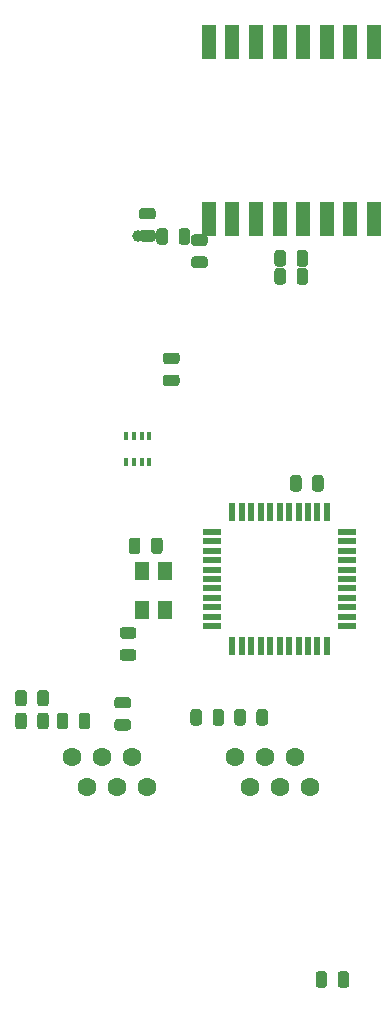
<source format=gtp>
G04 #@! TF.GenerationSoftware,KiCad,Pcbnew,5.1.6-c6e7f7d~87~ubuntu20.04.1*
G04 #@! TF.CreationDate,2020-07-20T11:44:09+02:00*
G04 #@! TF.ProjectId,weerstasie,77656572-7374-4617-9369-652e6b696361,rev?*
G04 #@! TF.SameCoordinates,Original*
G04 #@! TF.FileFunction,Paste,Top*
G04 #@! TF.FilePolarity,Positive*
%FSLAX46Y46*%
G04 Gerber Fmt 4.6, Leading zero omitted, Abs format (unit mm)*
G04 Created by KiCad (PCBNEW 5.1.6-c6e7f7d~87~ubuntu20.04.1) date 2020-07-20 11:44:09*
%MOMM*%
%LPD*%
G01*
G04 APERTURE LIST*
%ADD10R,1.200000X3.000000*%
%ADD11R,1.500000X0.550000*%
%ADD12R,0.550000X1.500000*%
%ADD13R,0.350000X0.700000*%
%ADD14C,1.000000*%
%ADD15R,1.300000X1.600000*%
%ADD16C,1.600000*%
G04 APERTURE END LIST*
G36*
G01*
X119322000Y-106171050D02*
X119322000Y-105258550D01*
G75*
G02*
X119565750Y-105014800I243750J0D01*
G01*
X120053250Y-105014800D01*
G75*
G02*
X120297000Y-105258550I0J-243750D01*
G01*
X120297000Y-106171050D01*
G75*
G02*
X120053250Y-106414800I-243750J0D01*
G01*
X119565750Y-106414800D01*
G75*
G02*
X119322000Y-106171050I0J243750D01*
G01*
G37*
G36*
G01*
X117447000Y-106171050D02*
X117447000Y-105258550D01*
G75*
G02*
X117690750Y-105014800I243750J0D01*
G01*
X118178250Y-105014800D01*
G75*
G02*
X118422000Y-105258550I0J-243750D01*
G01*
X118422000Y-106171050D01*
G75*
G02*
X118178250Y-106414800I-243750J0D01*
G01*
X117690750Y-106414800D01*
G75*
G02*
X117447000Y-106171050I0J243750D01*
G01*
G37*
G36*
G01*
X104488400Y-104545450D02*
X104488400Y-103632950D01*
G75*
G02*
X104732150Y-103389200I243750J0D01*
G01*
X105219650Y-103389200D01*
G75*
G02*
X105463400Y-103632950I0J-243750D01*
G01*
X105463400Y-104545450D01*
G75*
G02*
X105219650Y-104789200I-243750J0D01*
G01*
X104732150Y-104789200D01*
G75*
G02*
X104488400Y-104545450I0J243750D01*
G01*
G37*
G36*
G01*
X102613400Y-104545450D02*
X102613400Y-103632950D01*
G75*
G02*
X102857150Y-103389200I243750J0D01*
G01*
X103344650Y-103389200D01*
G75*
G02*
X103588400Y-103632950I0J-243750D01*
G01*
X103588400Y-104545450D01*
G75*
G02*
X103344650Y-104789200I-243750J0D01*
G01*
X102857150Y-104789200D01*
G75*
G02*
X102613400Y-104545450I0J243750D01*
G01*
G37*
G36*
G01*
X112165450Y-104960000D02*
X111252950Y-104960000D01*
G75*
G02*
X111009200Y-104716250I0J243750D01*
G01*
X111009200Y-104228750D01*
G75*
G02*
X111252950Y-103985000I243750J0D01*
G01*
X112165450Y-103985000D01*
G75*
G02*
X112409200Y-104228750I0J-243750D01*
G01*
X112409200Y-104716250D01*
G75*
G02*
X112165450Y-104960000I-243750J0D01*
G01*
G37*
G36*
G01*
X112165450Y-106835000D02*
X111252950Y-106835000D01*
G75*
G02*
X111009200Y-106591250I0J243750D01*
G01*
X111009200Y-106103750D01*
G75*
G02*
X111252950Y-105860000I243750J0D01*
G01*
X112165450Y-105860000D01*
G75*
G02*
X112409200Y-106103750I0J-243750D01*
G01*
X112409200Y-106591250D01*
G75*
G02*
X112165450Y-106835000I-243750J0D01*
G01*
G37*
D10*
X133000000Y-48500000D03*
X131000000Y-48500000D03*
X129000000Y-48500000D03*
X127000000Y-48500000D03*
X125000000Y-48500000D03*
X123000000Y-48500000D03*
X121000000Y-48500000D03*
X119000000Y-48500000D03*
X119000000Y-63500000D03*
X121000000Y-63500000D03*
X123000000Y-63500000D03*
X125000000Y-63500000D03*
X127000000Y-63500000D03*
X129000000Y-63500000D03*
X131000000Y-63500000D03*
X133000000Y-63500000D03*
D11*
X119300000Y-90000000D03*
X119300000Y-90800000D03*
X119300000Y-91600000D03*
X119300000Y-92400000D03*
X119300000Y-93200000D03*
X119300000Y-94000000D03*
X119300000Y-94800000D03*
X119300000Y-95600000D03*
X119300000Y-96400000D03*
X119300000Y-97200000D03*
X119300000Y-98000000D03*
D12*
X121000000Y-99700000D03*
X121800000Y-99700000D03*
X122600000Y-99700000D03*
X123400000Y-99700000D03*
X124200000Y-99700000D03*
X125000000Y-99700000D03*
X125800000Y-99700000D03*
X126600000Y-99700000D03*
X127400000Y-99700000D03*
X128200000Y-99700000D03*
X129000000Y-99700000D03*
D11*
X130700000Y-98000000D03*
X130700000Y-97200000D03*
X130700000Y-96400000D03*
X130700000Y-95600000D03*
X130700000Y-94800000D03*
X130700000Y-94000000D03*
X130700000Y-93200000D03*
X130700000Y-92400000D03*
X130700000Y-91600000D03*
X130700000Y-90800000D03*
X130700000Y-90000000D03*
D12*
X129000000Y-88300000D03*
X128200000Y-88300000D03*
X127400000Y-88300000D03*
X126600000Y-88300000D03*
X125800000Y-88300000D03*
X125000000Y-88300000D03*
X124200000Y-88300000D03*
X123400000Y-88300000D03*
X122600000Y-88300000D03*
X121800000Y-88300000D03*
X121000000Y-88300000D03*
D13*
X113975000Y-81875000D03*
X113325000Y-81875000D03*
X112675000Y-81875000D03*
X112025000Y-81875000D03*
X112025000Y-84125000D03*
X112675000Y-84125000D03*
X113325000Y-84125000D03*
X113975000Y-84125000D03*
D14*
X113000000Y-65000000D03*
G36*
G01*
X123030400Y-106171050D02*
X123030400Y-105258550D01*
G75*
G02*
X123274150Y-105014800I243750J0D01*
G01*
X123761650Y-105014800D01*
G75*
G02*
X124005400Y-105258550I0J-243750D01*
G01*
X124005400Y-106171050D01*
G75*
G02*
X123761650Y-106414800I-243750J0D01*
G01*
X123274150Y-106414800D01*
G75*
G02*
X123030400Y-106171050I0J243750D01*
G01*
G37*
G36*
G01*
X121155400Y-106171050D02*
X121155400Y-105258550D01*
G75*
G02*
X121399150Y-105014800I243750J0D01*
G01*
X121886650Y-105014800D01*
G75*
G02*
X122130400Y-105258550I0J-243750D01*
G01*
X122130400Y-106171050D01*
G75*
G02*
X121886650Y-106414800I-243750J0D01*
G01*
X121399150Y-106414800D01*
G75*
G02*
X121155400Y-106171050I0J243750D01*
G01*
G37*
G36*
G01*
X103588400Y-105563350D02*
X103588400Y-106475850D01*
G75*
G02*
X103344650Y-106719600I-243750J0D01*
G01*
X102857150Y-106719600D01*
G75*
G02*
X102613400Y-106475850I0J243750D01*
G01*
X102613400Y-105563350D01*
G75*
G02*
X102857150Y-105319600I243750J0D01*
G01*
X103344650Y-105319600D01*
G75*
G02*
X103588400Y-105563350I0J-243750D01*
G01*
G37*
G36*
G01*
X105463400Y-105563350D02*
X105463400Y-106475850D01*
G75*
G02*
X105219650Y-106719600I-243750J0D01*
G01*
X104732150Y-106719600D01*
G75*
G02*
X104488400Y-106475850I0J243750D01*
G01*
X104488400Y-105563350D01*
G75*
G02*
X104732150Y-105319600I243750J0D01*
G01*
X105219650Y-105319600D01*
G75*
G02*
X105463400Y-105563350I0J-243750D01*
G01*
G37*
G36*
G01*
X108968600Y-105563350D02*
X108968600Y-106475850D01*
G75*
G02*
X108724850Y-106719600I-243750J0D01*
G01*
X108237350Y-106719600D01*
G75*
G02*
X107993600Y-106475850I0J243750D01*
G01*
X107993600Y-105563350D01*
G75*
G02*
X108237350Y-105319600I243750J0D01*
G01*
X108724850Y-105319600D01*
G75*
G02*
X108968600Y-105563350I0J-243750D01*
G01*
G37*
G36*
G01*
X107093600Y-105563350D02*
X107093600Y-106475850D01*
G75*
G02*
X106849850Y-106719600I-243750J0D01*
G01*
X106362350Y-106719600D01*
G75*
G02*
X106118600Y-106475850I0J243750D01*
G01*
X106118600Y-105563350D01*
G75*
G02*
X106362350Y-105319600I243750J0D01*
G01*
X106849850Y-105319600D01*
G75*
G02*
X107093600Y-105563350I0J-243750D01*
G01*
G37*
G36*
G01*
X127409000Y-67920550D02*
X127409000Y-68833050D01*
G75*
G02*
X127165250Y-69076800I-243750J0D01*
G01*
X126677750Y-69076800D01*
G75*
G02*
X126434000Y-68833050I0J243750D01*
G01*
X126434000Y-67920550D01*
G75*
G02*
X126677750Y-67676800I243750J0D01*
G01*
X127165250Y-67676800D01*
G75*
G02*
X127409000Y-67920550I0J-243750D01*
G01*
G37*
G36*
G01*
X125534000Y-67920550D02*
X125534000Y-68833050D01*
G75*
G02*
X125290250Y-69076800I-243750J0D01*
G01*
X124802750Y-69076800D01*
G75*
G02*
X124559000Y-68833050I0J243750D01*
G01*
X124559000Y-67920550D01*
G75*
G02*
X124802750Y-67676800I243750J0D01*
G01*
X125290250Y-67676800D01*
G75*
G02*
X125534000Y-67920550I0J-243750D01*
G01*
G37*
G36*
G01*
X116280250Y-77675800D02*
X115367750Y-77675800D01*
G75*
G02*
X115124000Y-77432050I0J243750D01*
G01*
X115124000Y-76944550D01*
G75*
G02*
X115367750Y-76700800I243750J0D01*
G01*
X116280250Y-76700800D01*
G75*
G02*
X116524000Y-76944550I0J-243750D01*
G01*
X116524000Y-77432050D01*
G75*
G02*
X116280250Y-77675800I-243750J0D01*
G01*
G37*
G36*
G01*
X116280250Y-75800800D02*
X115367750Y-75800800D01*
G75*
G02*
X115124000Y-75557050I0J243750D01*
G01*
X115124000Y-75069550D01*
G75*
G02*
X115367750Y-74825800I243750J0D01*
G01*
X116280250Y-74825800D01*
G75*
G02*
X116524000Y-75069550I0J-243750D01*
G01*
X116524000Y-75557050D01*
G75*
G02*
X116280250Y-75800800I-243750J0D01*
G01*
G37*
G36*
G01*
X117425000Y-64543750D02*
X117425000Y-65456250D01*
G75*
G02*
X117181250Y-65700000I-243750J0D01*
G01*
X116693750Y-65700000D01*
G75*
G02*
X116450000Y-65456250I0J243750D01*
G01*
X116450000Y-64543750D01*
G75*
G02*
X116693750Y-64300000I243750J0D01*
G01*
X117181250Y-64300000D01*
G75*
G02*
X117425000Y-64543750I0J-243750D01*
G01*
G37*
G36*
G01*
X115550000Y-64543750D02*
X115550000Y-65456250D01*
G75*
G02*
X115306250Y-65700000I-243750J0D01*
G01*
X114818750Y-65700000D01*
G75*
G02*
X114575000Y-65456250I0J243750D01*
G01*
X114575000Y-64543750D01*
G75*
G02*
X114818750Y-64300000I243750J0D01*
G01*
X115306250Y-64300000D01*
G75*
G02*
X115550000Y-64543750I0J-243750D01*
G01*
G37*
G36*
G01*
X113212700Y-90729750D02*
X113212700Y-91642250D01*
G75*
G02*
X112968950Y-91886000I-243750J0D01*
G01*
X112481450Y-91886000D01*
G75*
G02*
X112237700Y-91642250I0J243750D01*
G01*
X112237700Y-90729750D01*
G75*
G02*
X112481450Y-90486000I243750J0D01*
G01*
X112968950Y-90486000D01*
G75*
G02*
X113212700Y-90729750I0J-243750D01*
G01*
G37*
G36*
G01*
X115087700Y-90729750D02*
X115087700Y-91642250D01*
G75*
G02*
X114843950Y-91886000I-243750J0D01*
G01*
X114356450Y-91886000D01*
G75*
G02*
X114112700Y-91642250I0J243750D01*
G01*
X114112700Y-90729750D01*
G75*
G02*
X114356450Y-90486000I243750J0D01*
G01*
X114843950Y-90486000D01*
G75*
G02*
X115087700Y-90729750I0J-243750D01*
G01*
G37*
G36*
G01*
X111710150Y-98069100D02*
X112622650Y-98069100D01*
G75*
G02*
X112866400Y-98312850I0J-243750D01*
G01*
X112866400Y-98800350D01*
G75*
G02*
X112622650Y-99044100I-243750J0D01*
G01*
X111710150Y-99044100D01*
G75*
G02*
X111466400Y-98800350I0J243750D01*
G01*
X111466400Y-98312850D01*
G75*
G02*
X111710150Y-98069100I243750J0D01*
G01*
G37*
G36*
G01*
X111710150Y-99944100D02*
X112622650Y-99944100D01*
G75*
G02*
X112866400Y-100187850I0J-243750D01*
G01*
X112866400Y-100675350D01*
G75*
G02*
X112622650Y-100919100I-243750J0D01*
G01*
X111710150Y-100919100D01*
G75*
G02*
X111466400Y-100675350I0J243750D01*
G01*
X111466400Y-100187850D01*
G75*
G02*
X111710150Y-99944100I243750J0D01*
G01*
G37*
G36*
G01*
X129916100Y-128370650D02*
X129916100Y-127458150D01*
G75*
G02*
X130159850Y-127214400I243750J0D01*
G01*
X130647350Y-127214400D01*
G75*
G02*
X130891100Y-127458150I0J-243750D01*
G01*
X130891100Y-128370650D01*
G75*
G02*
X130647350Y-128614400I-243750J0D01*
G01*
X130159850Y-128614400D01*
G75*
G02*
X129916100Y-128370650I0J243750D01*
G01*
G37*
G36*
G01*
X128041100Y-128370650D02*
X128041100Y-127458150D01*
G75*
G02*
X128284850Y-127214400I243750J0D01*
G01*
X128772350Y-127214400D01*
G75*
G02*
X129016100Y-127458150I0J-243750D01*
G01*
X129016100Y-128370650D01*
G75*
G02*
X128772350Y-128614400I-243750J0D01*
G01*
X128284850Y-128614400D01*
G75*
G02*
X128041100Y-128370650I0J243750D01*
G01*
G37*
G36*
G01*
X125534000Y-66396550D02*
X125534000Y-67309050D01*
G75*
G02*
X125290250Y-67552800I-243750J0D01*
G01*
X124802750Y-67552800D01*
G75*
G02*
X124559000Y-67309050I0J243750D01*
G01*
X124559000Y-66396550D01*
G75*
G02*
X124802750Y-66152800I243750J0D01*
G01*
X125290250Y-66152800D01*
G75*
G02*
X125534000Y-66396550I0J-243750D01*
G01*
G37*
G36*
G01*
X127409000Y-66396550D02*
X127409000Y-67309050D01*
G75*
G02*
X127165250Y-67552800I-243750J0D01*
G01*
X126677750Y-67552800D01*
G75*
G02*
X126434000Y-67309050I0J243750D01*
G01*
X126434000Y-66396550D01*
G75*
G02*
X126677750Y-66152800I243750J0D01*
G01*
X127165250Y-66152800D01*
G75*
G02*
X127409000Y-66396550I0J-243750D01*
G01*
G37*
G36*
G01*
X125879800Y-86359050D02*
X125879800Y-85446550D01*
G75*
G02*
X126123550Y-85202800I243750J0D01*
G01*
X126611050Y-85202800D01*
G75*
G02*
X126854800Y-85446550I0J-243750D01*
G01*
X126854800Y-86359050D01*
G75*
G02*
X126611050Y-86602800I-243750J0D01*
G01*
X126123550Y-86602800D01*
G75*
G02*
X125879800Y-86359050I0J243750D01*
G01*
G37*
G36*
G01*
X127754800Y-86359050D02*
X127754800Y-85446550D01*
G75*
G02*
X127998550Y-85202800I243750J0D01*
G01*
X128486050Y-85202800D01*
G75*
G02*
X128729800Y-85446550I0J-243750D01*
G01*
X128729800Y-86359050D01*
G75*
G02*
X128486050Y-86602800I-243750J0D01*
G01*
X127998550Y-86602800D01*
G75*
G02*
X127754800Y-86359050I0J243750D01*
G01*
G37*
G36*
G01*
X113335750Y-64458000D02*
X114248250Y-64458000D01*
G75*
G02*
X114492000Y-64701750I0J-243750D01*
G01*
X114492000Y-65189250D01*
G75*
G02*
X114248250Y-65433000I-243750J0D01*
G01*
X113335750Y-65433000D01*
G75*
G02*
X113092000Y-65189250I0J243750D01*
G01*
X113092000Y-64701750D01*
G75*
G02*
X113335750Y-64458000I243750J0D01*
G01*
G37*
G36*
G01*
X113335750Y-62583000D02*
X114248250Y-62583000D01*
G75*
G02*
X114492000Y-62826750I0J-243750D01*
G01*
X114492000Y-63314250D01*
G75*
G02*
X114248250Y-63558000I-243750J0D01*
G01*
X113335750Y-63558000D01*
G75*
G02*
X113092000Y-63314250I0J243750D01*
G01*
X113092000Y-62826750D01*
G75*
G02*
X113335750Y-62583000I243750J0D01*
G01*
G37*
G36*
G01*
X118667850Y-67668200D02*
X117755350Y-67668200D01*
G75*
G02*
X117511600Y-67424450I0J243750D01*
G01*
X117511600Y-66936950D01*
G75*
G02*
X117755350Y-66693200I243750J0D01*
G01*
X118667850Y-66693200D01*
G75*
G02*
X118911600Y-66936950I0J-243750D01*
G01*
X118911600Y-67424450D01*
G75*
G02*
X118667850Y-67668200I-243750J0D01*
G01*
G37*
G36*
G01*
X118667850Y-65793200D02*
X117755350Y-65793200D01*
G75*
G02*
X117511600Y-65549450I0J243750D01*
G01*
X117511600Y-65061950D01*
G75*
G02*
X117755350Y-64818200I243750J0D01*
G01*
X118667850Y-64818200D01*
G75*
G02*
X118911600Y-65061950I0J-243750D01*
G01*
X118911600Y-65549450D01*
G75*
G02*
X118667850Y-65793200I-243750J0D01*
G01*
G37*
D15*
X115316000Y-96646000D03*
X115316000Y-93346000D03*
X113316000Y-93346000D03*
X113316000Y-96646000D03*
D16*
X113775000Y-111650000D03*
X112505000Y-109110000D03*
X111235000Y-111650000D03*
X109965000Y-109110000D03*
X108695000Y-111650000D03*
X107425000Y-109110000D03*
X121225000Y-109110000D03*
X122495000Y-111650000D03*
X123765000Y-109110000D03*
X125035000Y-111650000D03*
X126305000Y-109110000D03*
X127575000Y-111650000D03*
M02*

</source>
